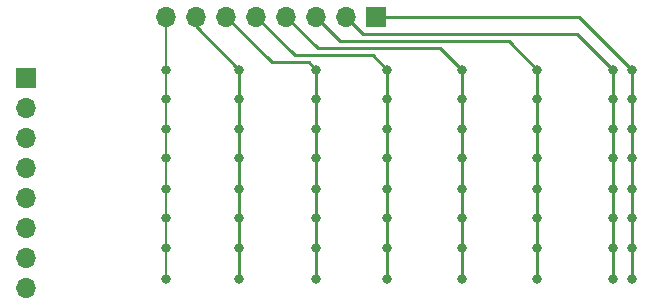
<source format=gbr>
%TF.GenerationSoftware,KiCad,Pcbnew,(5.1.9)-1*%
%TF.CreationDate,2021-06-01T09:40:16-07:00*%
%TF.ProjectId,Reverse_Mount_SMT_LED_PoC,52657665-7273-4655-9f4d-6f756e745f53,rev?*%
%TF.SameCoordinates,Original*%
%TF.FileFunction,Copper,L2,Bot*%
%TF.FilePolarity,Positive*%
%FSLAX46Y46*%
G04 Gerber Fmt 4.6, Leading zero omitted, Abs format (unit mm)*
G04 Created by KiCad (PCBNEW (5.1.9)-1) date 2021-06-01 09:40:16*
%MOMM*%
%LPD*%
G01*
G04 APERTURE LIST*
%TA.AperFunction,ComponentPad*%
%ADD10R,1.700000X1.700000*%
%TD*%
%TA.AperFunction,ComponentPad*%
%ADD11O,1.700000X1.700000*%
%TD*%
%TA.AperFunction,ViaPad*%
%ADD12C,0.800000*%
%TD*%
%TA.AperFunction,Conductor*%
%ADD13C,0.200000*%
%TD*%
%TA.AperFunction,Conductor*%
%ADD14C,0.250000*%
%TD*%
G04 APERTURE END LIST*
D10*
X146530000Y-67250000D03*
D11*
X143990000Y-67250000D03*
X141450000Y-67250000D03*
X138910000Y-67250000D03*
X136370000Y-67250000D03*
X133830000Y-67250000D03*
X131290000Y-67250000D03*
X128750000Y-67250000D03*
D10*
X116840000Y-72390000D03*
D11*
X116840000Y-74930000D03*
X116840000Y-77470000D03*
X116840000Y-80010000D03*
X116840000Y-82550000D03*
X116840000Y-85090000D03*
X116840000Y-87630000D03*
X116840000Y-90170000D03*
D12*
X128750000Y-71700000D03*
X128750000Y-74200000D03*
X128750000Y-76700000D03*
X128750000Y-79200000D03*
X128750000Y-81800000D03*
X128750000Y-84300000D03*
X128750000Y-86800000D03*
X128750000Y-89400000D03*
X134950000Y-74200000D03*
X134950000Y-84300000D03*
X134950000Y-89400000D03*
X134950000Y-76700000D03*
X134950000Y-81800000D03*
X134950000Y-86800000D03*
X134950000Y-71700000D03*
X134950000Y-79200000D03*
X141450000Y-81800000D03*
X141450000Y-84300000D03*
X141450000Y-86800000D03*
X141450000Y-71700000D03*
X141450000Y-74200000D03*
X141450000Y-76700000D03*
X141450000Y-89400000D03*
X141450000Y-79200000D03*
X147450000Y-76700000D03*
X147450000Y-81800000D03*
X147450000Y-86800000D03*
X147450000Y-71700000D03*
X147450000Y-84300000D03*
X147450000Y-74200000D03*
X147450000Y-89400000D03*
X147450000Y-79200000D03*
X153750000Y-71700000D03*
X153750000Y-89400000D03*
X153750000Y-81800000D03*
X153750000Y-84300000D03*
X153750000Y-74200000D03*
X153750000Y-76700000D03*
X153750000Y-86800000D03*
X153750000Y-79200000D03*
X160150000Y-84300000D03*
X160150000Y-74200000D03*
X160150000Y-76700000D03*
X160150000Y-86800000D03*
X160150000Y-79200000D03*
X160150000Y-71700000D03*
X160150000Y-89400000D03*
X160150000Y-81800000D03*
X166550000Y-84300000D03*
X166550000Y-74200000D03*
X166550000Y-76700000D03*
X166550000Y-86800000D03*
X166550000Y-79200000D03*
X166550000Y-71700000D03*
X166550000Y-89400000D03*
X166550000Y-81800000D03*
X168150000Y-79200000D03*
X168150000Y-89400000D03*
X168150000Y-76700000D03*
X168150000Y-81800000D03*
X168150000Y-84300000D03*
X168150000Y-86800000D03*
X168150000Y-74200000D03*
X168150000Y-71700000D03*
D13*
X128750000Y-67450000D02*
X128750000Y-71700000D01*
X128750000Y-71700000D02*
X128750000Y-74200000D01*
X128750000Y-74200000D02*
X128750000Y-76700000D01*
X128750000Y-76700000D02*
X128750000Y-79200000D01*
X128750000Y-79200000D02*
X128750000Y-81800000D01*
X128750000Y-81800000D02*
X128750000Y-84300000D01*
X128750000Y-84300000D02*
X128750000Y-86800000D01*
X128750000Y-86800000D02*
X128750000Y-89400000D01*
D14*
X131290000Y-67250000D02*
X131290000Y-68040000D01*
X131290000Y-68040000D02*
X134950000Y-71700000D01*
X134950000Y-71700000D02*
X134950000Y-76700000D01*
X134950000Y-76700000D02*
X134950000Y-79200000D01*
X134950000Y-79200000D02*
X134950000Y-81800000D01*
X134950000Y-81800000D02*
X134950000Y-84300000D01*
X134950000Y-84300000D02*
X134950000Y-86800000D01*
X134950000Y-86800000D02*
X134950000Y-89400000D01*
X140850000Y-71100000D02*
X141450000Y-71700000D01*
X137680000Y-71100000D02*
X140850000Y-71100000D01*
X133830000Y-67250000D02*
X137680000Y-71100000D01*
X141450000Y-71700000D02*
X141450000Y-74200000D01*
X141450000Y-74200000D02*
X141450000Y-76700000D01*
X141450000Y-76700000D02*
X141450000Y-79200000D01*
X141450000Y-79200000D02*
X141450000Y-81800000D01*
X141450000Y-81800000D02*
X141450000Y-89400000D01*
X146250000Y-70500000D02*
X147450000Y-71700000D01*
X139620000Y-70500000D02*
X146250000Y-70500000D01*
X136370000Y-67250000D02*
X139620000Y-70500000D01*
X147450000Y-71700000D02*
X147450000Y-89400000D01*
X151950000Y-69900000D02*
X153750000Y-71700000D01*
X141560000Y-69900000D02*
X151950000Y-69900000D01*
X138910000Y-67250000D02*
X141560000Y-69900000D01*
X153750000Y-71700000D02*
X153750000Y-89400000D01*
X157750000Y-69300000D02*
X160150000Y-71700000D01*
X143500000Y-69300000D02*
X157750000Y-69300000D01*
X141450000Y-67250000D02*
X143500000Y-69300000D01*
X160150000Y-71700000D02*
X160150000Y-89400000D01*
X163550000Y-68700000D02*
X166550000Y-71700000D01*
X145440000Y-68700000D02*
X163550000Y-68700000D01*
X143990000Y-67250000D02*
X145440000Y-68700000D01*
X166550000Y-71700000D02*
X166550000Y-89400000D01*
X163700000Y-67250000D02*
X168150000Y-71700000D01*
X146530000Y-67250000D02*
X163700000Y-67250000D01*
X168150000Y-71700000D02*
X168150000Y-89400000D01*
M02*

</source>
